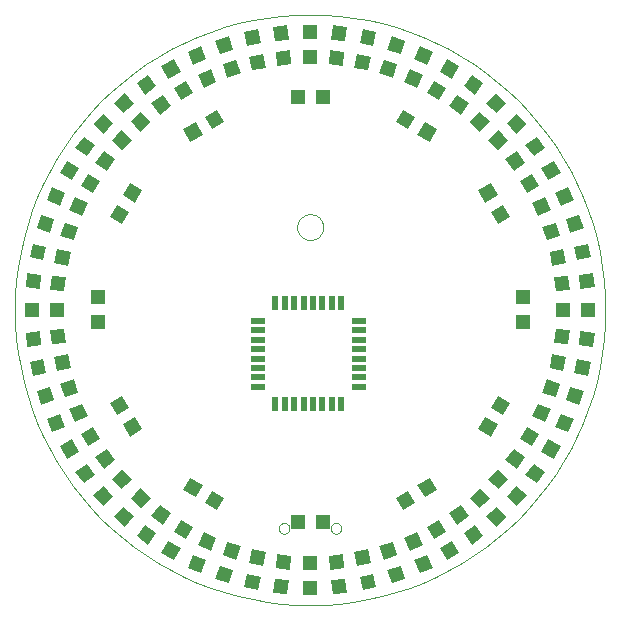
<source format=gbp>
G75*
G70*
%OFA0B0*%
%FSLAX24Y24*%
%IPPOS*%
%LPD*%
%AMOC8*
5,1,8,0,0,1.08239X$1,22.5*
%
%ADD10C,0.0004*%
%ADD11C,0.0000*%
%ADD12R,0.0220X0.0500*%
%ADD13R,0.0500X0.0220*%
%ADD14R,0.0472X0.0472*%
%ADD15R,0.0472X0.0472*%
D10*
X000161Y010296D02*
X000173Y010779D01*
X000208Y011261D01*
X000268Y011740D01*
X000350Y012216D01*
X000456Y012688D01*
X000585Y013153D01*
X000736Y013612D01*
X000910Y014063D01*
X001106Y014504D01*
X001323Y014936D01*
X001561Y015356D01*
X001820Y015764D01*
X002098Y016159D01*
X002395Y016540D01*
X002711Y016906D01*
X003044Y017256D01*
X003394Y017589D01*
X003760Y017905D01*
X004141Y018202D01*
X004536Y018480D01*
X004944Y018739D01*
X005364Y018977D01*
X005796Y019194D01*
X006237Y019390D01*
X006688Y019564D01*
X007147Y019715D01*
X007612Y019844D01*
X008084Y019950D01*
X008560Y020032D01*
X009039Y020092D01*
X009521Y020127D01*
X010004Y020139D01*
X010487Y020127D01*
X010969Y020092D01*
X011448Y020032D01*
X011924Y019950D01*
X012396Y019844D01*
X012861Y019715D01*
X013320Y019564D01*
X013771Y019390D01*
X014212Y019194D01*
X014644Y018977D01*
X015064Y018739D01*
X015472Y018480D01*
X015867Y018202D01*
X016248Y017905D01*
X016614Y017589D01*
X016964Y017256D01*
X017297Y016906D01*
X017613Y016540D01*
X017910Y016159D01*
X018188Y015764D01*
X018447Y015356D01*
X018685Y014936D01*
X018902Y014504D01*
X019098Y014063D01*
X019272Y013612D01*
X019423Y013153D01*
X019552Y012688D01*
X019658Y012216D01*
X019740Y011740D01*
X019800Y011261D01*
X019835Y010779D01*
X019847Y010296D01*
X019835Y009813D01*
X019800Y009331D01*
X019740Y008852D01*
X019658Y008376D01*
X019552Y007904D01*
X019423Y007439D01*
X019272Y006980D01*
X019098Y006529D01*
X018902Y006088D01*
X018685Y005656D01*
X018447Y005236D01*
X018188Y004828D01*
X017910Y004433D01*
X017613Y004052D01*
X017297Y003686D01*
X016964Y003336D01*
X016614Y003003D01*
X016248Y002687D01*
X015867Y002390D01*
X015472Y002112D01*
X015064Y001853D01*
X014644Y001615D01*
X014212Y001398D01*
X013771Y001202D01*
X013320Y001028D01*
X012861Y000877D01*
X012396Y000748D01*
X011924Y000642D01*
X011448Y000560D01*
X010969Y000500D01*
X010487Y000465D01*
X010004Y000453D01*
X009521Y000465D01*
X009039Y000500D01*
X008560Y000560D01*
X008084Y000642D01*
X007612Y000748D01*
X007147Y000877D01*
X006688Y001028D01*
X006237Y001202D01*
X005796Y001398D01*
X005364Y001615D01*
X004944Y001853D01*
X004536Y002112D01*
X004141Y002390D01*
X003760Y002687D01*
X003394Y003003D01*
X003044Y003336D01*
X002711Y003686D01*
X002395Y004052D01*
X002098Y004433D01*
X001820Y004828D01*
X001561Y005236D01*
X001323Y005656D01*
X001106Y006088D01*
X000910Y006529D01*
X000736Y006980D01*
X000585Y007439D01*
X000456Y007904D01*
X000350Y008376D01*
X000268Y008852D01*
X000208Y009331D01*
X000173Y009813D01*
X000161Y010296D01*
D11*
X009571Y013052D02*
X009573Y013093D01*
X009579Y013134D01*
X009589Y013174D01*
X009602Y013213D01*
X009619Y013250D01*
X009640Y013286D01*
X009664Y013320D01*
X009691Y013351D01*
X009720Y013379D01*
X009753Y013405D01*
X009787Y013427D01*
X009824Y013446D01*
X009862Y013461D01*
X009902Y013473D01*
X009942Y013481D01*
X009983Y013485D01*
X010025Y013485D01*
X010066Y013481D01*
X010106Y013473D01*
X010146Y013461D01*
X010184Y013446D01*
X010220Y013427D01*
X010255Y013405D01*
X010288Y013379D01*
X010317Y013351D01*
X010344Y013320D01*
X010368Y013286D01*
X010389Y013250D01*
X010406Y013213D01*
X010419Y013174D01*
X010429Y013134D01*
X010435Y013093D01*
X010437Y013052D01*
X010435Y013011D01*
X010429Y012970D01*
X010419Y012930D01*
X010406Y012891D01*
X010389Y012854D01*
X010368Y012818D01*
X010344Y012784D01*
X010317Y012753D01*
X010288Y012725D01*
X010255Y012699D01*
X010221Y012677D01*
X010184Y012658D01*
X010146Y012643D01*
X010106Y012631D01*
X010066Y012623D01*
X010025Y012619D01*
X009983Y012619D01*
X009942Y012623D01*
X009902Y012631D01*
X009862Y012643D01*
X009824Y012658D01*
X009788Y012677D01*
X009753Y012699D01*
X009720Y012725D01*
X009691Y012753D01*
X009664Y012784D01*
X009640Y012818D01*
X009619Y012854D01*
X009602Y012891D01*
X009589Y012930D01*
X009579Y012970D01*
X009573Y013011D01*
X009571Y013052D01*
X008961Y003013D02*
X008963Y003039D01*
X008969Y003065D01*
X008979Y003090D01*
X008992Y003113D01*
X009008Y003133D01*
X009028Y003151D01*
X009050Y003166D01*
X009073Y003178D01*
X009099Y003186D01*
X009125Y003190D01*
X009151Y003190D01*
X009177Y003186D01*
X009203Y003178D01*
X009227Y003166D01*
X009248Y003151D01*
X009268Y003133D01*
X009284Y003113D01*
X009297Y003090D01*
X009307Y003065D01*
X009313Y003039D01*
X009315Y003013D01*
X009313Y002987D01*
X009307Y002961D01*
X009297Y002936D01*
X009284Y002913D01*
X009268Y002893D01*
X009248Y002875D01*
X009226Y002860D01*
X009203Y002848D01*
X009177Y002840D01*
X009151Y002836D01*
X009125Y002836D01*
X009099Y002840D01*
X009073Y002848D01*
X009049Y002860D01*
X009028Y002875D01*
X009008Y002893D01*
X008992Y002913D01*
X008979Y002936D01*
X008969Y002961D01*
X008963Y002987D01*
X008961Y003013D01*
X010693Y003013D02*
X010695Y003039D01*
X010701Y003065D01*
X010711Y003090D01*
X010724Y003113D01*
X010740Y003133D01*
X010760Y003151D01*
X010782Y003166D01*
X010805Y003178D01*
X010831Y003186D01*
X010857Y003190D01*
X010883Y003190D01*
X010909Y003186D01*
X010935Y003178D01*
X010959Y003166D01*
X010980Y003151D01*
X011000Y003133D01*
X011016Y003113D01*
X011029Y003090D01*
X011039Y003065D01*
X011045Y003039D01*
X011047Y003013D01*
X011045Y002987D01*
X011039Y002961D01*
X011029Y002936D01*
X011016Y002913D01*
X011000Y002893D01*
X010980Y002875D01*
X010958Y002860D01*
X010935Y002848D01*
X010909Y002840D01*
X010883Y002836D01*
X010857Y002836D01*
X010831Y002840D01*
X010805Y002848D01*
X010781Y002860D01*
X010760Y002875D01*
X010740Y002893D01*
X010724Y002913D01*
X010711Y002936D01*
X010701Y002961D01*
X010695Y002987D01*
X010693Y003013D01*
D12*
X010730Y007143D03*
X010415Y007143D03*
X010100Y007143D03*
X009785Y007143D03*
X009470Y007143D03*
X009155Y007143D03*
X008840Y007143D03*
X011045Y007143D03*
X011045Y010523D03*
X010730Y010523D03*
X010415Y010523D03*
X010100Y010523D03*
X009785Y010523D03*
X009470Y010523D03*
X009155Y010523D03*
X008840Y010523D03*
D13*
X008253Y009935D03*
X008253Y009620D03*
X008253Y009305D03*
X008253Y008990D03*
X008253Y008675D03*
X008253Y008360D03*
X008253Y008045D03*
X008253Y007730D03*
X011633Y007730D03*
X011633Y008045D03*
X011633Y008360D03*
X011633Y008675D03*
X011633Y008990D03*
X011633Y009305D03*
X011633Y009620D03*
X011633Y009935D03*
D14*
X017090Y009883D03*
X017090Y010709D03*
X018449Y010296D03*
X019275Y010296D03*
X010417Y003209D03*
X009590Y003209D03*
X010004Y001851D03*
X010004Y001024D03*
X002917Y009883D03*
X002917Y010709D03*
X001559Y010296D03*
X000732Y010296D03*
X009590Y017383D03*
X010417Y017383D03*
X010004Y018741D03*
X010004Y019568D03*
D15*
G36*
X004606Y002466D02*
X004225Y002743D01*
X004502Y003124D01*
X004883Y002847D01*
X004606Y002466D01*
G37*
G36*
X005454Y001944D02*
X005046Y002180D01*
X005282Y002588D01*
X005690Y002352D01*
X005454Y001944D01*
G37*
G36*
X006352Y001515D02*
X005922Y001707D01*
X006114Y002137D01*
X006544Y001945D01*
X006352Y001515D01*
G37*
G36*
X007290Y001181D02*
X006842Y001327D01*
X006988Y001775D01*
X007436Y001629D01*
X007290Y001181D01*
G37*
G36*
X008257Y000948D02*
X007797Y001046D01*
X007895Y001506D01*
X008355Y001408D01*
X008257Y000948D01*
G37*
G36*
X009245Y000816D02*
X008776Y000865D01*
X008825Y001334D01*
X009294Y001285D01*
X009245Y000816D01*
G37*
G36*
X009331Y001638D02*
X008862Y001687D01*
X008911Y002156D01*
X009380Y002107D01*
X009331Y001638D01*
G37*
G36*
X008429Y001757D02*
X007969Y001855D01*
X008067Y002315D01*
X008527Y002217D01*
X008429Y001757D01*
G37*
G36*
X007545Y001967D02*
X007097Y002113D01*
X007243Y002561D01*
X007691Y002415D01*
X007545Y001967D01*
G37*
G36*
X006688Y002270D02*
X006258Y002462D01*
X006450Y002892D01*
X006880Y002700D01*
X006688Y002270D01*
G37*
G36*
X005867Y002660D02*
X005459Y002896D01*
X005695Y003304D01*
X006103Y003068D01*
X005867Y002660D01*
G37*
G36*
X005092Y003135D02*
X004711Y003412D01*
X004988Y003793D01*
X005369Y003516D01*
X005092Y003135D01*
G37*
G36*
X004370Y003687D02*
X004020Y004003D01*
X004336Y004353D01*
X004686Y004037D01*
X004370Y003687D01*
G37*
G36*
X003817Y003073D02*
X003467Y003389D01*
X003783Y003739D01*
X004133Y003423D01*
X003817Y003073D01*
G37*
G36*
X003097Y003759D02*
X002781Y004109D01*
X003131Y004425D01*
X003447Y004075D01*
X003097Y003759D01*
G37*
G36*
X003711Y004312D02*
X003395Y004662D01*
X003745Y004978D01*
X004061Y004628D01*
X003711Y004312D01*
G37*
G36*
X002451Y004517D02*
X002174Y004898D01*
X002555Y005175D01*
X002832Y004794D01*
X002451Y004517D01*
G37*
G36*
X003120Y005003D02*
X002843Y005384D01*
X003224Y005661D01*
X003501Y005280D01*
X003120Y005003D01*
G37*
G36*
X001888Y005338D02*
X001652Y005746D01*
X002060Y005982D01*
X002296Y005574D01*
X001888Y005338D01*
G37*
G36*
X002604Y005752D02*
X002368Y006160D01*
X002776Y006396D01*
X003012Y005988D01*
X002604Y005752D01*
G37*
G36*
X001415Y006214D02*
X001223Y006644D01*
X001653Y006836D01*
X001845Y006406D01*
X001415Y006214D01*
G37*
G36*
X002170Y006550D02*
X001978Y006980D01*
X002408Y007172D01*
X002600Y006742D01*
X002170Y006550D01*
G37*
G36*
X001035Y007134D02*
X000889Y007582D01*
X001337Y007728D01*
X001483Y007280D01*
X001035Y007134D01*
G37*
G36*
X001821Y007389D02*
X001675Y007837D01*
X002123Y007983D01*
X002269Y007535D01*
X001821Y007389D01*
G37*
G36*
X000754Y008089D02*
X000656Y008549D01*
X001116Y008647D01*
X001214Y008187D01*
X000754Y008089D01*
G37*
G36*
X001563Y008261D02*
X001465Y008721D01*
X001925Y008819D01*
X002023Y008359D01*
X001563Y008261D01*
G37*
G36*
X000573Y009068D02*
X000524Y009537D01*
X000993Y009586D01*
X001042Y009117D01*
X000573Y009068D01*
G37*
G36*
X001395Y009154D02*
X001346Y009623D01*
X001815Y009672D01*
X001864Y009203D01*
X001395Y009154D01*
G37*
G36*
X001346Y010969D02*
X001395Y011438D01*
X001864Y011389D01*
X001815Y010920D01*
X001346Y010969D01*
G37*
G36*
X000524Y011055D02*
X000573Y011524D01*
X001042Y011475D01*
X000993Y011006D01*
X000524Y011055D01*
G37*
G36*
X001465Y011871D02*
X001563Y012331D01*
X002023Y012233D01*
X001925Y011773D01*
X001465Y011871D01*
G37*
G36*
X000656Y012043D02*
X000754Y012503D01*
X001214Y012405D01*
X001116Y011945D01*
X000656Y012043D01*
G37*
G36*
X001675Y012755D02*
X001821Y013203D01*
X002269Y013057D01*
X002123Y012609D01*
X001675Y012755D01*
G37*
G36*
X000889Y013010D02*
X001035Y013458D01*
X001483Y013312D01*
X001337Y012864D01*
X000889Y013010D01*
G37*
G36*
X001223Y013948D02*
X001415Y014378D01*
X001845Y014186D01*
X001653Y013756D01*
X001223Y013948D01*
G37*
G36*
X001978Y013612D02*
X002170Y014042D01*
X002600Y013850D01*
X002408Y013420D01*
X001978Y013612D01*
G37*
G36*
X002368Y014433D02*
X002604Y014841D01*
X003012Y014605D01*
X002776Y014197D01*
X002368Y014433D01*
G37*
G36*
X001652Y014846D02*
X001888Y015254D01*
X002296Y015018D01*
X002060Y014610D01*
X001652Y014846D01*
G37*
G36*
X002174Y015694D02*
X002451Y016075D01*
X002832Y015798D01*
X002555Y015417D01*
X002174Y015694D01*
G37*
G36*
X002843Y015208D02*
X003120Y015589D01*
X003501Y015312D01*
X003224Y014931D01*
X002843Y015208D01*
G37*
G36*
X003395Y015930D02*
X003711Y016280D01*
X004061Y015964D01*
X003745Y015614D01*
X003395Y015930D01*
G37*
G36*
X002781Y016483D02*
X003097Y016833D01*
X003447Y016517D01*
X003131Y016167D01*
X002781Y016483D01*
G37*
G36*
X003467Y017203D02*
X003817Y017519D01*
X004133Y017169D01*
X003783Y016853D01*
X003467Y017203D01*
G37*
G36*
X004020Y016589D02*
X004370Y016905D01*
X004686Y016555D01*
X004336Y016239D01*
X004020Y016589D01*
G37*
G36*
X004711Y017180D02*
X005092Y017457D01*
X005369Y017076D01*
X004988Y016799D01*
X004711Y017180D01*
G37*
G36*
X004225Y017849D02*
X004606Y018126D01*
X004883Y017745D01*
X004502Y017468D01*
X004225Y017849D01*
G37*
G36*
X005046Y018412D02*
X005454Y018648D01*
X005690Y018240D01*
X005282Y018004D01*
X005046Y018412D01*
G37*
G36*
X005459Y017696D02*
X005867Y017932D01*
X006103Y017524D01*
X005695Y017288D01*
X005459Y017696D01*
G37*
G36*
X006258Y018130D02*
X006688Y018322D01*
X006880Y017892D01*
X006450Y017700D01*
X006258Y018130D01*
G37*
G36*
X005922Y018885D02*
X006352Y019077D01*
X006544Y018647D01*
X006114Y018455D01*
X005922Y018885D01*
G37*
G36*
X006842Y019265D02*
X007290Y019411D01*
X007436Y018963D01*
X006988Y018817D01*
X006842Y019265D01*
G37*
G36*
X007097Y018479D02*
X007545Y018625D01*
X007691Y018177D01*
X007243Y018031D01*
X007097Y018479D01*
G37*
G36*
X007969Y018737D02*
X008429Y018835D01*
X008527Y018375D01*
X008067Y018277D01*
X007969Y018737D01*
G37*
G36*
X007797Y019546D02*
X008257Y019644D01*
X008355Y019184D01*
X007895Y019086D01*
X007797Y019546D01*
G37*
G36*
X008776Y019727D02*
X009245Y019776D01*
X009294Y019307D01*
X008825Y019258D01*
X008776Y019727D01*
G37*
G36*
X008862Y018905D02*
X009331Y018954D01*
X009380Y018485D01*
X008911Y018436D01*
X008862Y018905D01*
G37*
G36*
X010677Y018954D02*
X011146Y018905D01*
X011097Y018436D01*
X010628Y018485D01*
X010677Y018954D01*
G37*
G36*
X010763Y019776D02*
X011232Y019727D01*
X011183Y019258D01*
X010714Y019307D01*
X010763Y019776D01*
G37*
G36*
X011750Y019644D02*
X012210Y019546D01*
X012112Y019086D01*
X011652Y019184D01*
X011750Y019644D01*
G37*
G36*
X012718Y019411D02*
X013166Y019265D01*
X013020Y018817D01*
X012572Y018963D01*
X012718Y019411D01*
G37*
G36*
X013656Y019077D02*
X014086Y018885D01*
X013894Y018455D01*
X013464Y018647D01*
X013656Y019077D01*
G37*
G36*
X012462Y018625D02*
X012910Y018479D01*
X012764Y018031D01*
X012316Y018177D01*
X012462Y018625D01*
G37*
G36*
X011579Y018835D02*
X012039Y018737D01*
X011941Y018277D01*
X011481Y018375D01*
X011579Y018835D01*
G37*
G36*
X013320Y018322D02*
X013750Y018130D01*
X013558Y017700D01*
X013128Y017892D01*
X013320Y018322D01*
G37*
G36*
X014140Y017932D02*
X014548Y017696D01*
X014312Y017288D01*
X013904Y017524D01*
X014140Y017932D01*
G37*
G36*
X014554Y018648D02*
X014962Y018412D01*
X014726Y018004D01*
X014318Y018240D01*
X014554Y018648D01*
G37*
G36*
X015401Y018126D02*
X015782Y017849D01*
X015505Y017468D01*
X015124Y017745D01*
X015401Y018126D01*
G37*
G36*
X014916Y017457D02*
X015297Y017180D01*
X015020Y016799D01*
X014639Y017076D01*
X014916Y017457D01*
G37*
G36*
X015637Y016905D02*
X015987Y016589D01*
X015671Y016239D01*
X015321Y016555D01*
X015637Y016905D01*
G37*
G36*
X016191Y017519D02*
X016541Y017203D01*
X016225Y016853D01*
X015875Y017169D01*
X016191Y017519D01*
G37*
G36*
X016911Y016833D02*
X017227Y016483D01*
X016877Y016167D01*
X016561Y016517D01*
X016911Y016833D01*
G37*
G36*
X016297Y016280D02*
X016613Y015930D01*
X016263Y015614D01*
X015947Y015964D01*
X016297Y016280D01*
G37*
G36*
X017557Y016075D02*
X017834Y015694D01*
X017453Y015417D01*
X017176Y015798D01*
X017557Y016075D01*
G37*
G36*
X016888Y015589D02*
X017165Y015208D01*
X016784Y014931D01*
X016507Y015312D01*
X016888Y015589D01*
G37*
G36*
X018119Y015254D02*
X018355Y014846D01*
X017947Y014610D01*
X017711Y015018D01*
X018119Y015254D01*
G37*
G36*
X017403Y014841D02*
X017639Y014433D01*
X017231Y014197D01*
X016995Y014605D01*
X017403Y014841D01*
G37*
G36*
X018593Y014378D02*
X018785Y013948D01*
X018355Y013756D01*
X018163Y014186D01*
X018593Y014378D01*
G37*
G36*
X017838Y014042D02*
X018030Y013612D01*
X017600Y013420D01*
X017408Y013850D01*
X017838Y014042D01*
G37*
G36*
X018973Y013458D02*
X019119Y013010D01*
X018671Y012864D01*
X018525Y013312D01*
X018973Y013458D01*
G37*
G36*
X018186Y013203D02*
X018332Y012755D01*
X017884Y012609D01*
X017738Y013057D01*
X018186Y013203D01*
G37*
G36*
X019254Y012503D02*
X019352Y012043D01*
X018892Y011945D01*
X018794Y012405D01*
X019254Y012503D01*
G37*
G36*
X018445Y012331D02*
X018543Y011871D01*
X018083Y011773D01*
X017985Y012233D01*
X018445Y012331D01*
G37*
G36*
X018613Y011438D02*
X018662Y010969D01*
X018193Y010920D01*
X018144Y011389D01*
X018613Y011438D01*
G37*
G36*
X019435Y011524D02*
X019484Y011055D01*
X019015Y011006D01*
X018966Y011475D01*
X019435Y011524D01*
G37*
G36*
X018662Y009623D02*
X018613Y009154D01*
X018144Y009203D01*
X018193Y009672D01*
X018662Y009623D01*
G37*
G36*
X019484Y009537D02*
X019435Y009068D01*
X018966Y009117D01*
X019015Y009586D01*
X019484Y009537D01*
G37*
G36*
X018543Y008721D02*
X018445Y008261D01*
X017985Y008359D01*
X018083Y008819D01*
X018543Y008721D01*
G37*
G36*
X019352Y008549D02*
X019254Y008089D01*
X018794Y008187D01*
X018892Y008647D01*
X019352Y008549D01*
G37*
G36*
X018332Y007837D02*
X018186Y007389D01*
X017738Y007535D01*
X017884Y007983D01*
X018332Y007837D01*
G37*
G36*
X019119Y007582D02*
X018973Y007134D01*
X018525Y007280D01*
X018671Y007728D01*
X019119Y007582D01*
G37*
G36*
X018785Y006644D02*
X018593Y006214D01*
X018163Y006406D01*
X018355Y006836D01*
X018785Y006644D01*
G37*
G36*
X018030Y006980D02*
X017838Y006550D01*
X017408Y006742D01*
X017600Y007172D01*
X018030Y006980D01*
G37*
G36*
X017639Y006160D02*
X017403Y005752D01*
X016995Y005988D01*
X017231Y006396D01*
X017639Y006160D01*
G37*
G36*
X018355Y005746D02*
X018119Y005338D01*
X017711Y005574D01*
X017947Y005982D01*
X018355Y005746D01*
G37*
G36*
X017165Y005384D02*
X016888Y005003D01*
X016507Y005280D01*
X016784Y005661D01*
X017165Y005384D01*
G37*
G36*
X017834Y004898D02*
X017557Y004517D01*
X017176Y004794D01*
X017453Y005175D01*
X017834Y004898D01*
G37*
G36*
X017227Y004109D02*
X016911Y003759D01*
X016561Y004075D01*
X016877Y004425D01*
X017227Y004109D01*
G37*
G36*
X016613Y004662D02*
X016297Y004312D01*
X015947Y004628D01*
X016263Y004978D01*
X016613Y004662D01*
G37*
G36*
X015987Y004003D02*
X015637Y003687D01*
X015321Y004037D01*
X015671Y004353D01*
X015987Y004003D01*
G37*
G36*
X016541Y003389D02*
X016191Y003073D01*
X015875Y003423D01*
X016225Y003739D01*
X016541Y003389D01*
G37*
G36*
X015782Y002743D02*
X015401Y002466D01*
X015124Y002847D01*
X015505Y003124D01*
X015782Y002743D01*
G37*
G36*
X014962Y002180D02*
X014554Y001944D01*
X014318Y002352D01*
X014726Y002588D01*
X014962Y002180D01*
G37*
G36*
X014548Y002896D02*
X014140Y002660D01*
X013904Y003068D01*
X014312Y003304D01*
X014548Y002896D01*
G37*
G36*
X015297Y003412D02*
X014916Y003135D01*
X014639Y003516D01*
X015020Y003793D01*
X015297Y003412D01*
G37*
G36*
X013991Y004688D02*
X014227Y004280D01*
X013819Y004044D01*
X013583Y004452D01*
X013991Y004688D01*
G37*
G36*
X013275Y004274D02*
X013511Y003866D01*
X013103Y003630D01*
X012867Y004038D01*
X013275Y004274D01*
G37*
G36*
X013750Y002462D02*
X013320Y002270D01*
X013128Y002700D01*
X013558Y002892D01*
X013750Y002462D01*
G37*
G36*
X014086Y001707D02*
X013656Y001515D01*
X013464Y001945D01*
X013894Y002137D01*
X014086Y001707D01*
G37*
G36*
X013166Y001327D02*
X012718Y001181D01*
X012572Y001629D01*
X013020Y001775D01*
X013166Y001327D01*
G37*
G36*
X012210Y001046D02*
X011750Y000948D01*
X011652Y001408D01*
X012112Y001506D01*
X012210Y001046D01*
G37*
G36*
X011232Y000865D02*
X010763Y000816D01*
X010714Y001285D01*
X011183Y001334D01*
X011232Y000865D01*
G37*
G36*
X011146Y001687D02*
X010677Y001638D01*
X010628Y002107D01*
X011097Y002156D01*
X011146Y001687D01*
G37*
G36*
X012039Y001855D02*
X011579Y001757D01*
X011481Y002217D01*
X011941Y002315D01*
X012039Y001855D01*
G37*
G36*
X012910Y002113D02*
X012462Y001967D01*
X012316Y002415D01*
X012764Y002561D01*
X012910Y002113D01*
G37*
G36*
X007141Y004038D02*
X006905Y003630D01*
X006497Y003866D01*
X006733Y004274D01*
X007141Y004038D01*
G37*
G36*
X006424Y004452D02*
X006188Y004044D01*
X005780Y004280D01*
X006016Y004688D01*
X006424Y004452D01*
G37*
G36*
X004395Y006309D02*
X003987Y006073D01*
X003751Y006481D01*
X004159Y006717D01*
X004395Y006309D01*
G37*
G36*
X003982Y007025D02*
X003574Y006789D01*
X003338Y007197D01*
X003746Y007433D01*
X003982Y007025D01*
G37*
G36*
X003746Y013159D02*
X003338Y013395D01*
X003574Y013803D01*
X003982Y013567D01*
X003746Y013159D01*
G37*
G36*
X004159Y013875D02*
X003751Y014111D01*
X003987Y014519D01*
X004395Y014283D01*
X004159Y013875D01*
G37*
G36*
X006016Y015904D02*
X005780Y016312D01*
X006188Y016548D01*
X006424Y016140D01*
X006016Y015904D01*
G37*
G36*
X006733Y016318D02*
X006497Y016726D01*
X006905Y016962D01*
X007141Y016554D01*
X006733Y016318D01*
G37*
G36*
X012867Y016554D02*
X013103Y016962D01*
X013511Y016726D01*
X013275Y016318D01*
X012867Y016554D01*
G37*
G36*
X013583Y016140D02*
X013819Y016548D01*
X014227Y016312D01*
X013991Y015904D01*
X013583Y016140D01*
G37*
G36*
X015612Y014283D02*
X016020Y014519D01*
X016256Y014111D01*
X015848Y013875D01*
X015612Y014283D01*
G37*
G36*
X016025Y013567D02*
X016433Y013803D01*
X016669Y013395D01*
X016261Y013159D01*
X016025Y013567D01*
G37*
G36*
X016261Y007433D02*
X016669Y007197D01*
X016433Y006789D01*
X016025Y007025D01*
X016261Y007433D01*
G37*
G36*
X015848Y006717D02*
X016256Y006481D01*
X016020Y006073D01*
X015612Y006309D01*
X015848Y006717D01*
G37*
M02*

</source>
